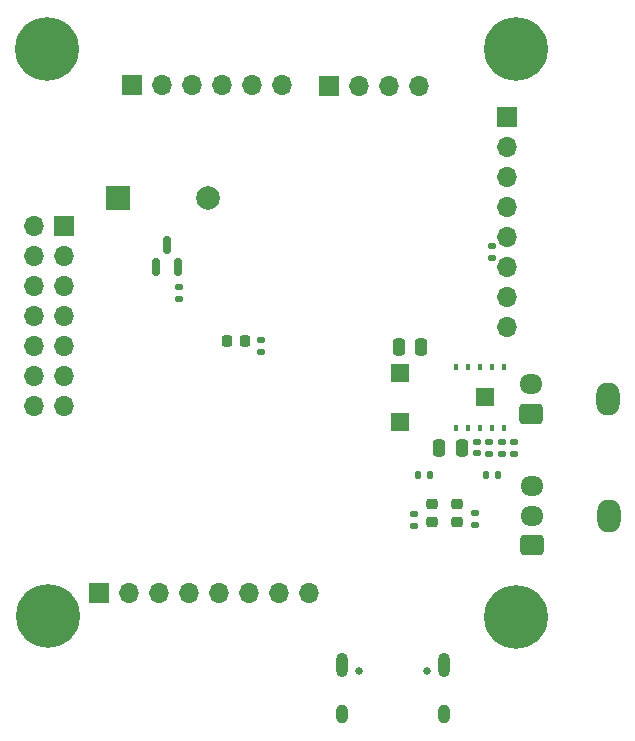
<source format=gbr>
%TF.GenerationSoftware,KiCad,Pcbnew,9.0.0-9.0.0-2~ubuntu22.04.1*%
%TF.CreationDate,2025-03-23T14:57:04+01:00*%
%TF.ProjectId,PCB_Module_Payement,5043425f-4d6f-4647-956c-655f50617965,rev?*%
%TF.SameCoordinates,Original*%
%TF.FileFunction,Soldermask,Bot*%
%TF.FilePolarity,Negative*%
%FSLAX46Y46*%
G04 Gerber Fmt 4.6, Leading zero omitted, Abs format (unit mm)*
G04 Created by KiCad (PCBNEW 9.0.0-9.0.0-2~ubuntu22.04.1) date 2025-03-23 14:57:04*
%MOMM*%
%LPD*%
G01*
G04 APERTURE LIST*
G04 Aperture macros list*
%AMRoundRect*
0 Rectangle with rounded corners*
0 $1 Rounding radius*
0 $2 $3 $4 $5 $6 $7 $8 $9 X,Y pos of 4 corners*
0 Add a 4 corners polygon primitive as box body*
4,1,4,$2,$3,$4,$5,$6,$7,$8,$9,$2,$3,0*
0 Add four circle primitives for the rounded corners*
1,1,$1+$1,$2,$3*
1,1,$1+$1,$4,$5*
1,1,$1+$1,$6,$7*
1,1,$1+$1,$8,$9*
0 Add four rect primitives between the rounded corners*
20,1,$1+$1,$2,$3,$4,$5,0*
20,1,$1+$1,$4,$5,$6,$7,0*
20,1,$1+$1,$6,$7,$8,$9,0*
20,1,$1+$1,$8,$9,$2,$3,0*%
G04 Aperture macros list end*
%ADD10C,0.650000*%
%ADD11O,1.000000X2.100000*%
%ADD12O,1.000000X1.600000*%
%ADD13O,2.000000X2.800000*%
%ADD14RoundRect,0.250000X0.725000X-0.600000X0.725000X0.600000X-0.725000X0.600000X-0.725000X-0.600000X0*%
%ADD15O,1.950000X1.700000*%
%ADD16R,1.700000X1.700000*%
%ADD17O,1.700000X1.700000*%
%ADD18R,2.000000X2.000000*%
%ADD19C,2.000000*%
%ADD20C,5.400000*%
%ADD21RoundRect,0.135000X-0.185000X0.135000X-0.185000X-0.135000X0.185000X-0.135000X0.185000X0.135000X0*%
%ADD22RoundRect,0.140000X-0.170000X0.140000X-0.170000X-0.140000X0.170000X-0.140000X0.170000X0.140000X0*%
%ADD23RoundRect,0.135000X0.185000X-0.135000X0.185000X0.135000X-0.185000X0.135000X-0.185000X-0.135000X0*%
%ADD24R,0.400000X0.500000*%
%ADD25R,1.500000X1.500000*%
%ADD26RoundRect,0.218750X-0.256250X0.218750X-0.256250X-0.218750X0.256250X-0.218750X0.256250X0.218750X0*%
%ADD27RoundRect,0.250000X-0.250000X-0.475000X0.250000X-0.475000X0.250000X0.475000X-0.250000X0.475000X0*%
%ADD28RoundRect,0.150000X0.150000X-0.587500X0.150000X0.587500X-0.150000X0.587500X-0.150000X-0.587500X0*%
%ADD29RoundRect,0.135000X0.135000X0.185000X-0.135000X0.185000X-0.135000X-0.185000X0.135000X-0.185000X0*%
%ADD30RoundRect,0.218750X-0.218750X-0.256250X0.218750X-0.256250X0.218750X0.256250X-0.218750X0.256250X0*%
%ADD31RoundRect,0.250000X0.250000X0.475000X-0.250000X0.475000X-0.250000X-0.475000X0.250000X-0.475000X0*%
G04 APERTURE END LIST*
D10*
%TO.C,J8*%
X165430000Y-126795000D03*
X171210000Y-126795000D03*
D11*
X164000000Y-126265000D03*
D12*
X164000000Y-130445000D03*
D11*
X172640000Y-126265000D03*
D12*
X172640000Y-130445000D03*
%TD*%
D13*
%TO.C,J7*%
X186500000Y-103800000D03*
D14*
X180000000Y-105050000D03*
D15*
X180000000Y-102550000D03*
%TD*%
D16*
%TO.C,J3*%
X177945000Y-79925000D03*
D17*
X177945000Y-82465000D03*
X177945000Y-85005000D03*
X177945000Y-87545000D03*
X177945000Y-90085000D03*
X177945000Y-92625000D03*
X177945000Y-95165000D03*
X177945000Y-97705000D03*
%TD*%
D18*
%TO.C,BZ1*%
X145050000Y-86750000D03*
D19*
X152650000Y-86750000D03*
%TD*%
D16*
%TO.C,J6*%
X162890000Y-77250000D03*
D17*
X165430000Y-77250000D03*
X167970000Y-77250000D03*
X170510000Y-77250000D03*
%TD*%
D20*
%TO.C,H3*%
X178700000Y-122200000D03*
%TD*%
%TO.C,H4*%
X139050000Y-122150000D03*
%TD*%
%TO.C,H2*%
X178700000Y-74150000D03*
%TD*%
%TO.C,H1*%
X139000000Y-74150000D03*
%TD*%
D13*
%TO.C,J_Switch1*%
X186550000Y-113650000D03*
D14*
X180050000Y-116150000D03*
D15*
X180050000Y-113650000D03*
X180050000Y-111150000D03*
%TD*%
D16*
%TO.C,J4*%
X146230000Y-77175000D03*
D17*
X148770000Y-77175000D03*
X151310000Y-77175000D03*
X153850000Y-77175000D03*
X156390000Y-77175000D03*
X158930000Y-77175000D03*
%TD*%
D21*
%TO.C,R15*%
X170100000Y-113490000D03*
X170100000Y-114510000D03*
%TD*%
D22*
%TO.C,C19*%
X176700000Y-90870000D03*
X176700000Y-91830000D03*
%TD*%
D23*
%TO.C,R4*%
X177500000Y-108460000D03*
X177500000Y-107440000D03*
%TD*%
%TO.C,R13*%
X157150000Y-99820000D03*
X157150000Y-98800000D03*
%TD*%
D24*
%TO.C,U3*%
X177650000Y-106250000D03*
X176650000Y-106250000D03*
X175650000Y-106250000D03*
X174650000Y-106250000D03*
X173650000Y-106250000D03*
D25*
X168900000Y-105750000D03*
X168900000Y-101550000D03*
D24*
X173650000Y-101050000D03*
X174650000Y-101050000D03*
X175650000Y-101050000D03*
X176650000Y-101050000D03*
X177650000Y-101050000D03*
D25*
X176050000Y-103650000D03*
%TD*%
D26*
%TO.C,D3*%
X171600000Y-112662500D03*
X171600000Y-114237500D03*
%TD*%
D23*
%TO.C,R8*%
X150200000Y-95360000D03*
X150200000Y-94340000D03*
%TD*%
D21*
%TO.C,R5*%
X176450000Y-107440000D03*
X176450000Y-108460000D03*
%TD*%
D27*
%TO.C,C3*%
X168800000Y-99350000D03*
X170700000Y-99350000D03*
%TD*%
D28*
%TO.C,Q2*%
X150100000Y-92600000D03*
X148200000Y-92600000D03*
X149150000Y-90725000D03*
%TD*%
D29*
%TO.C,R10*%
X171460000Y-110250000D03*
X170440000Y-110250000D03*
%TD*%
D16*
%TO.C,J1*%
X140450000Y-89175000D03*
D17*
X137910000Y-89175000D03*
X140450000Y-91715000D03*
X137910000Y-91715000D03*
X140450000Y-94255000D03*
X137910000Y-94255000D03*
X140450000Y-96795000D03*
X137910000Y-96795000D03*
X140450000Y-99335000D03*
X137910000Y-99335000D03*
X140450000Y-101875000D03*
X137910000Y-101875000D03*
X140450000Y-104415000D03*
X137910000Y-104415000D03*
%TD*%
D16*
%TO.C,J5*%
X143410000Y-120195000D03*
D17*
X145950000Y-120195000D03*
X148490000Y-120195000D03*
X151030000Y-120195000D03*
X153570000Y-120195000D03*
X156110000Y-120195000D03*
X158650000Y-120195000D03*
X161190000Y-120195000D03*
%TD*%
D30*
%TO.C,D1*%
X154212500Y-98850000D03*
X155787500Y-98850000D03*
%TD*%
D21*
%TO.C,R3*%
X178550000Y-107440000D03*
X178550000Y-108460000D03*
%TD*%
D29*
%TO.C,R2*%
X177160000Y-110250000D03*
X176140000Y-110250000D03*
%TD*%
D31*
%TO.C,C1*%
X174100000Y-107950000D03*
X172200000Y-107950000D03*
%TD*%
D21*
%TO.C,R21*%
X175200000Y-113440000D03*
X175200000Y-114460000D03*
%TD*%
D26*
%TO.C,D4*%
X173750000Y-112662500D03*
X173750000Y-114237500D03*
%TD*%
D22*
%TO.C,C2*%
X175400000Y-107420000D03*
X175400000Y-108380000D03*
%TD*%
M02*

</source>
